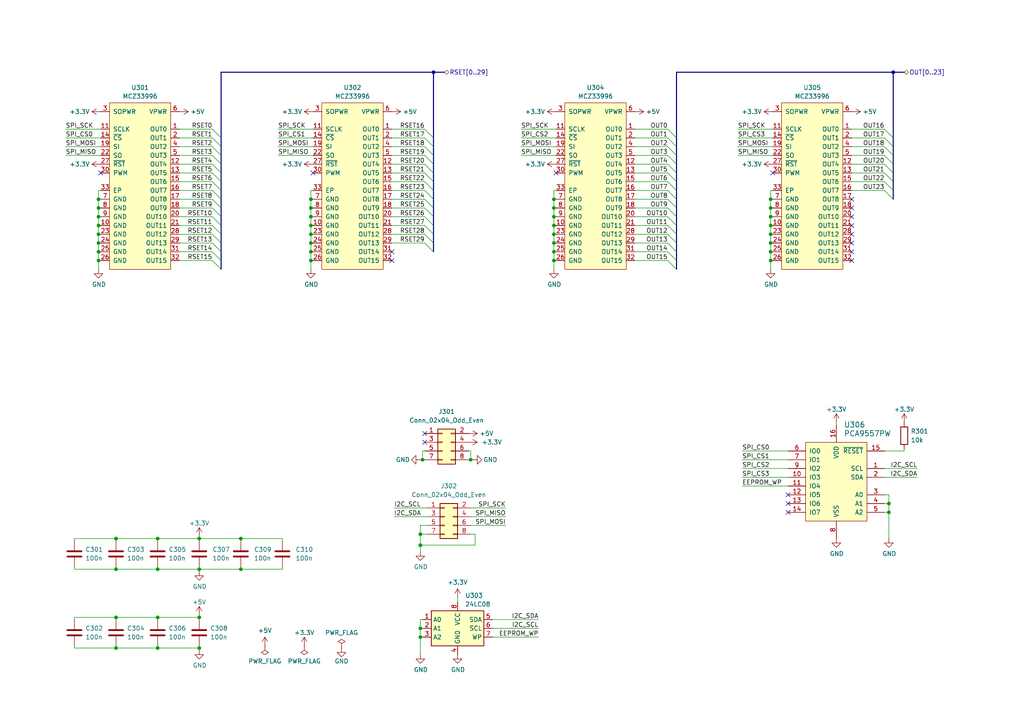
<source format=kicad_sch>
(kicad_sch (version 20230121) (generator eeschema)
  (paper "A4")
  (lib_symbols
    (symbol "Connector_Generic:Conn_02x04_Odd_Even" (pin_names (offset 1.016) hide)
      (property "Reference" "J" (at 1.27 5.08 0))
      (property "Value" "Conn_02x04_Odd_Even" (at 1.27 -7.62 0))
      (symbol "Conn_02x04_Odd_Even_1_1"
        (rectangle (start -1.27 -4.953) (end 0 -5.207) (stroke (width 0.1524)))
        (rectangle (start -1.27 -2.413) (end 0 -2.667) (stroke (width 0.1524)))
        (rectangle (start -1.27 0.127) (end 0 -0.127) (stroke (width 0.1524)))
        (rectangle (start -1.27 2.667) (end 0 2.413) (stroke (width 0.1524)))
        (rectangle (start -1.27 3.81) (end 3.81 -6.35) (stroke (width 0.254)) (fill (type background)))
        (rectangle (start 3.81 -4.953) (end 2.54 -5.207) (stroke (width 0.1524)))
        (rectangle (start 3.81 -2.413) (end 2.54 -2.667) (stroke (width 0.1524)))
        (rectangle (start 3.81 0.127) (end 2.54 -0.127) (stroke (width 0.1524)))
        (rectangle (start 3.81 2.667) (end 2.54 2.413) (stroke (width 0.1524)))
        (pin passive line (at -5.08 2.54 0) (length 3.81) (name "Pin_1") (number "1"))
        (pin passive line (at 7.62 2.54 180) (length 3.81) (name "Pin_2") (number "2"))
        (pin passive line (at -5.08 0 0) (length 3.81) (name "Pin_3") (number "3"))
        (pin passive line (at 7.62 0 180) (length 3.81) (name "Pin_4") (number "4"))
        (pin passive line (at -5.08 -2.54 0) (length 3.81) (name "Pin_5") (number "5"))
        (pin passive line (at 7.62 -2.54 180) (length 3.81) (name "Pin_6") (number "6"))
        (pin passive line (at -5.08 -5.08 0) (length 3.81) (name "Pin_7") (number "7"))
        (pin passive line (at 7.62 -5.08 180) (length 3.81) (name "Pin_8") (number "8"))
      )
    )
    (symbol "Device:C" (pin_numbers hide) (pin_names (offset 0.254))
      (property "Reference" "C" (at 0.635 2.54 0))
      (property "Value" "C" (at 0.635 -2.54 0))
      (symbol "C_0_1"
        (polyline (pts (xy -2.032 -0.762) (xy 2.032 -0.762)) (stroke (width 0.508)))
        (polyline (pts (xy -2.032 0.762) (xy 2.032 0.762)) (stroke (width 0.508)))
      )
      (symbol "C_1_1"
        (pin passive line (at 0 3.81 270) (length 2.794) (name "~") (number "1"))
        (pin passive line (at 0 -3.81 90) (length 2.794) (name "~") (number "2"))
      )
    )
    (symbol "Device:R" (pin_numbers hide) (pin_names (offset 0))
      (property "Reference" "R" (at 2.032 0 90))
      (property "Value" "R" (at 0 0 90))
      (symbol "R_0_1"
        (rectangle (start -1.016 -2.54) (end 1.016 2.54) (stroke (width 0.254)))
      )
      (symbol "R_1_1"
        (pin passive line (at 0 3.81 270) (length 1.27) (name "~") (number "1"))
        (pin passive line (at 0 -3.81 90) (length 1.27) (name "~") (number "2"))
      )
    )
    (symbol "ETH1CREF1B:MCZ33996" (pin_names (offset 1.016))
      (property "Reference" "U" (at 0 27.94 0))
      (property "Value" "MCZ33996" (at 0 25.4 0))
      (symbol "MCZ33996_0_1"
        (rectangle (start -8.89 24.13) (end 8.89 -24.13) (fill (type background)))
      )
      (symbol "MCZ33996_1_1"
        (pin bidirectional line (at 11.43 16.51 180) (length 2.54) (name "OUT0") (number "1"))
        (pin passive line (at -11.43 -11.43 0) (length 2.54) (name "GND") (number "10"))
        (pin bidirectional line (at -11.43 16.51 0) (length 2.54) (name "SCLK") (number "11"))
        (pin bidirectional line (at 11.43 6.35 180) (length 2.54) (name "OUT4") (number "12"))
        (pin bidirectional line (at 11.43 3.81 180) (length 2.54) (name "OUT5") (number "13"))
        (pin bidirectional line (at -11.43 13.97 0) (length 2.54) (name "~{CS}") (number "14"))
        (pin bidirectional line (at 11.43 1.27 180) (length 2.54) (name "OUT6") (number "15"))
        (pin bidirectional line (at 11.43 -1.27 180) (length 2.54) (name "OUT7") (number "16"))
        (pin bidirectional line (at 11.43 -3.81 180) (length 2.54) (name "OUT8") (number "17"))
        (pin bidirectional line (at 11.43 -6.35 180) (length 2.54) (name "OUT9") (number "18"))
        (pin bidirectional line (at -11.43 11.43 0) (length 2.54) (name "SI") (number "19"))
        (pin bidirectional line (at 11.43 13.97 180) (length 2.54) (name "OUT1") (number "2"))
        (pin bidirectional line (at 11.43 -8.89 180) (length 2.54) (name "OUT10") (number "20"))
        (pin bidirectional line (at 11.43 -11.43 180) (length 2.54) (name "OUT11") (number "21"))
        (pin bidirectional line (at -11.43 8.89 0) (length 2.54) (name "SO") (number "22"))
        (pin passive line (at -11.43 -13.97 0) (length 2.54) (name "GND") (number "23"))
        (pin passive line (at -11.43 -16.51 0) (length 2.54) (name "GND") (number "24"))
        (pin passive line (at -11.43 -19.05 0) (length 2.54) (name "GND") (number "25"))
        (pin passive line (at -11.43 -21.59 0) (length 2.54) (name "GND") (number "26"))
        (pin bidirectional line (at -11.43 6.35 0) (length 2.54) (name "~{RST}") (number "27"))
        (pin bidirectional line (at 11.43 -13.97 180) (length 2.54) (name "OUT12") (number "28"))
        (pin bidirectional line (at 11.43 -16.51 180) (length 2.54) (name "OUT13") (number "29"))
        (pin passive line (at -11.43 21.59 0) (length 2.54) (name "SOPWR") (number "3"))
        (pin bidirectional line (at -11.43 3.81 0) (length 2.54) (name "PWM") (number "30"))
        (pin bidirectional line (at 11.43 -19.05 180) (length 2.54) (name "OUT14") (number "31"))
        (pin bidirectional line (at 11.43 -21.59 180) (length 2.54) (name "OUT15") (number "32"))
        (pin passive line (at -11.43 -1.27 0) (length 2.54) (name "EP") (number "33"))
        (pin bidirectional line (at 11.43 11.43 180) (length 2.54) (name "OUT2") (number "4"))
        (pin bidirectional line (at 11.43 8.89 180) (length 2.54) (name "OUT3") (number "5"))
        (pin passive line (at 11.43 21.59 180) (length 2.54) (name "VPWR") (number "6"))
        (pin passive line (at -11.43 -3.81 0) (length 2.54) (name "GND") (number "7"))
        (pin passive line (at -11.43 -6.35 0) (length 2.54) (name "GND") (number "8"))
        (pin passive line (at -11.43 -8.89 0) (length 2.54) (name "GND") (number "9"))
      )
    )
    (symbol "ETH1CREF1B:PCA9557PW" (pin_names (offset 1.016))
      (property "Reference" "U" (at -7.62 12.7 0))
      (property "Value" "PCA9557PW" (at 10.16 12.7 0))
      (symbol "PCA9557PW_0_1"
        (rectangle (start -8.89 11.43) (end 8.89 -11.43) (fill (type background)))
      )
      (symbol "PCA9557PW_1_1"
        (pin bidirectional line (at 13.97 3.81 180) (length 5.08) (name "SCL") (number "1"))
        (pin bidirectional line (at -13.97 1.27 0) (length 5.08) (name "IO3") (number "10"))
        (pin bidirectional line (at -13.97 -1.27 0) (length 5.08) (name "IO4") (number "11"))
        (pin bidirectional line (at -13.97 -3.81 0) (length 5.08) (name "IO5") (number "12"))
        (pin bidirectional line (at -13.97 -6.35 0) (length 5.08) (name "IO6") (number "13"))
        (pin bidirectional line (at -13.97 -8.89 0) (length 5.08) (name "IO7") (number "14"))
        (pin input line (at 13.97 8.89 180) (length 5.08) (name "~{RESET}") (number "15"))
        (pin passive line (at 0 16.51 270) (length 5.08) (name "VDD") (number "16"))
        (pin bidirectional line (at 13.97 1.27 180) (length 5.08) (name "SDA") (number "2"))
        (pin input line (at 13.97 -3.81 180) (length 5.08) (name "A0") (number "3"))
        (pin input line (at 13.97 -6.35 180) (length 5.08) (name "A1") (number "4"))
        (pin input line (at 13.97 -8.89 180) (length 5.08) (name "A2") (number "5"))
        (pin open_collector line (at -13.97 8.89 0) (length 5.08) (name "IO0") (number "6"))
        (pin bidirectional line (at -13.97 6.35 0) (length 5.08) (name "IO1") (number "7"))
        (pin passive line (at 0 -16.51 90) (length 5.08) (name "VSS") (number "8"))
        (pin bidirectional line (at -13.97 3.81 0) (length 5.08) (name "IO2") (number "9"))
      )
    )
    (symbol "Memory_EEPROM:24LC08"
      (property "Reference" "U" (at -6.35 6.35 0))
      (property "Value" "24LC08" (at 1.27 6.35 0))
      (symbol "24LC08_1_1"
        (rectangle (start -7.62 5.08) (end 7.62 -5.08) (stroke (width 0.254)) (fill (type background)))
        (pin input line (at -10.16 2.54 0) (length 2.54) (name "A0") (number "1"))
        (pin input line (at -10.16 0 0) (length 2.54) (name "A1") (number "2"))
        (pin input line (at -10.16 -2.54 0) (length 2.54) (name "A2") (number "3"))
        (pin power_in line (at 0 -7.62 90) (length 2.54) (name "GND") (number "4"))
        (pin bidirectional line (at 10.16 2.54 180) (length 2.54) (name "SDA") (number "5"))
        (pin input line (at 10.16 0 180) (length 2.54) (name "SCL") (number "6"))
        (pin input line (at 10.16 -2.54 180) (length 2.54) (name "WP") (number "7"))
        (pin power_in line (at 0 7.62 270) (length 2.54) (name "VCC") (number "8"))
      )
    )
    (symbol "power:+3.3V" (power) (pin_names (offset 0))
      (property "Value" "+3.3V" (at 0 3.556 0))
      (symbol "+3.3V_0_1"
        (polyline (pts (xy -0.762 1.27) (xy 0 2.54)))
        (polyline (pts (xy 0 0) (xy 0 2.54)))
        (polyline (pts (xy 0 2.54) (xy 0.762 1.27)))
      )
      (symbol "+3.3V_1_1"
        (pin power_in line (at 0 0 90) (length 0) hide (name "+3.3V") (number "1"))
      )
    )
    (symbol "power:+5V" (power) (pin_names (offset 0))
      (property "Value" "+5V" (at 0 3.556 0))
      (symbol "+5V_0_1"
        (polyline (pts (xy -0.762 1.27) (xy 0 2.54)))
        (polyline (pts (xy 0 0) (xy 0 2.54)))
        (polyline (pts (xy 0 2.54) (xy 0.762 1.27)))
      )
      (symbol "+5V_1_1"
        (pin power_in line (at 0 0 90) (length 0) hide (name "+5V") (number "1"))
      )
    )
    (symbol "power:GND" (power) (pin_names (offset 0))
      (property "Value" "GND" (at 0 -3.81 0))
      (symbol "GND_0_1"
        (polyline (pts (xy 0 0) (xy 0 -1.27) (xy 1.27 -1.27) (xy 0 -2.54) (xy -1.27 -1.27) (xy 0 -1.27)))
      )
      (symbol "GND_1_1"
        (pin power_in line (at 0 0 270) (length 0) hide (name "GND") (number "1"))
      )
    )
    (symbol "power:PWR_FLAG" (power) (pin_numbers hide) (pin_names (offset 0) hide)
      (property "Value" "PWR_FLAG" (at 0 3.81 0))
      (symbol "PWR_FLAG_0_0"
        (pin power_out line (at 0 0 90) (length 0) (name "pwr") (number "1"))
      )
      (symbol "PWR_FLAG_0_1"
        (polyline (pts (xy 0 0) (xy 0 1.27) (xy -1.016 1.905) (xy 0 2.54) (xy 1.016 1.905) (xy 0 1.27)))
      )
    )
  )
  (junction (at 160.655 75.565))
  (junction (at 160.655 62.865))
  (junction (at 45.72 179.07))
  (junction (at 136.525 133.35))
  (junction (at 69.85 156.21))
  (junction (at 257.81 148.59))
  (junction (at 33.655 179.07))
  (junction (at 90.17 75.565))
  (junction (at 121.92 184.785))
  (junction (at 121.92 158.115))
  (junction (at 90.17 73.025))
  (junction (at 90.17 67.945))
  (junction (at 160.655 67.945))
  (junction (at 69.85 165.1))
  (junction (at 223.52 57.785))
  (junction (at 160.655 57.785))
  (junction (at 257.81 146.05))
  (junction (at 160.655 70.485))
  (junction (at 121.92 182.245))
  (junction (at 33.655 165.1))
  (junction (at 33.655 156.21))
  (junction (at 28.575 60.325))
  (junction (at 223.52 70.485))
  (junction (at 121.92 154.94))
  (junction (at 90.17 65.405))
  (junction (at 28.575 62.865))
  (junction (at 28.575 67.945))
  (junction (at 33.655 187.96))
  (junction (at 57.785 187.96))
  (junction (at 90.17 57.785))
  (junction (at 160.655 60.325))
  (junction (at 28.575 73.025))
  (junction (at 28.575 57.785))
  (junction (at 57.785 156.21))
  (junction (at 259.08 20.955))
  (junction (at 122.555 133.35))
  (junction (at 45.72 156.21))
  (junction (at 45.72 165.1))
  (junction (at 45.72 187.96))
  (junction (at 125.73 20.955))
  (junction (at 28.575 75.565))
  (junction (at 223.52 60.325))
  (junction (at 223.52 75.565))
  (junction (at 57.785 179.07))
  (junction (at 160.655 73.025))
  (junction (at 223.52 67.945))
  (junction (at 90.17 60.325))
  (junction (at 223.52 62.865))
  (junction (at 90.17 70.485))
  (junction (at 90.17 62.865))
  (junction (at 57.785 165.1))
  (junction (at 28.575 65.405))
  (junction (at 28.575 70.485))
  (junction (at 223.52 73.025))
  (junction (at 223.52 65.405))
  (junction (at 160.655 65.405))
  (no_connect (at 161.29 50.165))
  (no_connect (at 113.665 73.025))
  (no_connect (at 90.805 50.165))
  (no_connect (at 228.6 146.05))
  (no_connect (at 123.19 128.27))
  (no_connect (at 247.015 73.025))
  (no_connect (at 247.015 67.945))
  (no_connect (at 247.015 75.565))
  (no_connect (at 228.6 143.51))
  (no_connect (at 247.015 57.785))
  (no_connect (at 123.19 125.73))
  (no_connect (at 247.015 70.485))
  (no_connect (at 247.015 62.865))
  (no_connect (at 247.015 60.325))
  (no_connect (at 29.21 50.165))
  (no_connect (at 113.665 75.565))
  (no_connect (at 247.015 65.405))
  (no_connect (at 228.6 148.59))
  (no_connect (at 224.155 50.165))
  (bus_entry (at 61.595 47.625) (size 2.54 2.54))
  (bus_entry (at 256.54 37.465) (size 2.54 2.54))
  (bus_entry (at 61.595 65.405) (size 2.54 2.54))
  (bus_entry (at 193.675 70.485) (size 2.54 2.54))
  (bus_entry (at 123.19 65.405) (size 2.54 2.54))
  (bus_entry (at 61.595 40.005) (size 2.54 2.54))
  (bus_entry (at 61.595 52.705) (size 2.54 2.54))
  (bus_entry (at 193.675 47.625) (size 2.54 2.54))
  (bus_entry (at 256.54 55.245) (size 2.54 2.54))
  (bus_entry (at 193.675 60.325) (size 2.54 2.54))
  (bus_entry (at 61.595 57.785) (size 2.54 2.54))
  (bus_entry (at 193.675 65.405) (size 2.54 2.54))
  (bus_entry (at 123.19 57.785) (size 2.54 2.54))
  (bus_entry (at 123.19 45.085) (size 2.54 2.54))
  (bus_entry (at 193.675 55.245) (size 2.54 2.54))
  (bus_entry (at 256.54 47.625) (size 2.54 2.54))
  (bus_entry (at 123.19 47.625) (size 2.54 2.54))
  (bus_entry (at 193.675 50.165) (size 2.54 2.54))
  (bus_entry (at 193.675 42.545) (size 2.54 2.54))
  (bus_entry (at 256.54 45.085) (size 2.54 2.54))
  (bus_entry (at 193.675 45.085) (size 2.54 2.54))
  (bus_entry (at 61.595 45.085) (size 2.54 2.54))
  (bus_entry (at 61.595 50.165) (size 2.54 2.54))
  (bus_entry (at 193.675 62.865) (size 2.54 2.54))
  (bus_entry (at 123.19 62.865) (size 2.54 2.54))
  (bus_entry (at 123.19 42.545) (size 2.54 2.54))
  (bus_entry (at 193.675 37.465) (size 2.54 2.54))
  (bus_entry (at 193.675 57.785) (size 2.54 2.54))
  (bus_entry (at 61.595 42.545) (size 2.54 2.54))
  (bus_entry (at 123.19 37.465) (size 2.54 2.54))
  (bus_entry (at 61.595 67.945) (size 2.54 2.54))
  (bus_entry (at 61.595 60.325) (size 2.54 2.54))
  (bus_entry (at 256.54 42.545) (size 2.54 2.54))
  (bus_entry (at 256.54 40.005) (size 2.54 2.54))
  (bus_entry (at 193.675 75.565) (size 2.54 2.54))
  (bus_entry (at 193.675 40.005) (size 2.54 2.54))
  (bus_entry (at 123.19 70.485) (size 2.54 2.54))
  (bus_entry (at 123.19 55.245) (size 2.54 2.54))
  (bus_entry (at 61.595 75.565) (size 2.54 2.54))
  (bus_entry (at 123.19 50.165) (size 2.54 2.54))
  (bus_entry (at 61.595 73.025) (size 2.54 2.54))
  (bus_entry (at 193.675 73.025) (size 2.54 2.54))
  (bus_entry (at 61.595 37.465) (size 2.54 2.54))
  (bus_entry (at 193.675 67.945) (size 2.54 2.54))
  (bus_entry (at 123.19 40.005) (size 2.54 2.54))
  (bus_entry (at 61.595 55.245) (size 2.54 2.54))
  (bus_entry (at 61.595 62.865) (size 2.54 2.54))
  (bus_entry (at 256.54 52.705) (size 2.54 2.54))
  (bus_entry (at 123.19 60.325) (size 2.54 2.54))
  (bus_entry (at 193.675 52.705) (size 2.54 2.54))
  (bus_entry (at 256.54 50.165) (size 2.54 2.54))
  (bus_entry (at 61.595 70.485) (size 2.54 2.54))
  (bus_entry (at 123.19 52.705) (size 2.54 2.54))
  (bus_entry (at 123.19 67.945) (size 2.54 2.54))
  (wire (pts (xy 215.265 133.35) (xy 228.6 133.35)))
  (wire (pts (xy 223.52 65.405) (xy 224.155 65.405)))
  (wire (pts (xy 151.13 40.005) (xy 161.29 40.005)))
  (wire (pts (xy 184.15 37.465) (xy 193.675 37.465)))
  (wire (pts (xy 21.59 156.21) (xy 21.59 156.845)))
  (wire (pts (xy 184.15 70.485) (xy 193.675 70.485)))
  (wire (pts (xy 184.15 50.165) (xy 193.675 50.165)))
  (bus (pts (xy 64.135 55.245) (xy 64.135 52.705)))
  (wire (pts (xy 121.92 154.94) (xy 121.92 152.4)))
  (wire (pts (xy 45.72 156.845) (xy 45.72 156.21)))
  (wire (pts (xy 52.07 70.485) (xy 61.595 70.485)))
  (wire (pts (xy 223.52 55.245) (xy 224.155 55.245)))
  (bus (pts (xy 125.73 50.165) (xy 125.73 52.705)))
  (wire (pts (xy 223.52 73.025) (xy 224.155 73.025)))
  (wire (pts (xy 113.665 52.705) (xy 123.19 52.705)))
  (wire (pts (xy 90.17 75.565) (xy 90.805 75.565)))
  (wire (pts (xy 151.13 45.085) (xy 161.29 45.085)))
  (wire (pts (xy 122.555 133.35) (xy 122.555 130.81)))
  (wire (pts (xy 90.17 65.405) (xy 90.805 65.405)))
  (wire (pts (xy 146.685 152.4) (xy 136.525 152.4)))
  (wire (pts (xy 184.15 52.705) (xy 193.675 52.705)))
  (wire (pts (xy 113.665 60.325) (xy 123.19 60.325)))
  (wire (pts (xy 81.915 156.845) (xy 81.915 156.21)))
  (wire (pts (xy 123.19 133.35) (xy 122.555 133.35)))
  (wire (pts (xy 113.665 65.405) (xy 123.19 65.405)))
  (wire (pts (xy 28.575 73.025) (xy 28.575 70.485)))
  (wire (pts (xy 121.92 182.245) (xy 121.92 179.705)))
  (bus (pts (xy 64.135 65.405) (xy 64.135 62.865)))
  (wire (pts (xy 160.655 75.565) (xy 161.29 75.565)))
  (bus (pts (xy 64.135 67.945) (xy 64.135 65.405)))
  (wire (pts (xy 57.785 156.845) (xy 57.785 156.21)))
  (wire (pts (xy 33.655 179.705) (xy 33.655 179.07)))
  (wire (pts (xy 80.645 42.545) (xy 90.805 42.545)))
  (bus (pts (xy 125.73 20.955) (xy 128.905 20.955)))
  (wire (pts (xy 28.575 78.105) (xy 28.575 75.565)))
  (wire (pts (xy 81.915 165.1) (xy 81.915 164.465)))
  (wire (pts (xy 223.52 70.485) (xy 223.52 67.945)))
  (wire (pts (xy 52.07 62.865) (xy 61.595 62.865)))
  (wire (pts (xy 90.17 67.945) (xy 90.17 65.405)))
  (bus (pts (xy 125.73 40.005) (xy 125.73 42.545)))
  (bus (pts (xy 196.215 20.955) (xy 196.215 40.005)))
  (bus (pts (xy 64.135 75.565) (xy 64.135 73.025)))
  (wire (pts (xy 123.825 149.86) (xy 114.3 149.86)))
  (bus (pts (xy 64.135 52.705) (xy 64.135 50.165)))
  (wire (pts (xy 28.575 67.945) (xy 29.21 67.945)))
  (wire (pts (xy 213.995 42.545) (xy 224.155 42.545)))
  (wire (pts (xy 33.655 156.21) (xy 21.59 156.21)))
  (wire (pts (xy 90.17 57.785) (xy 90.17 55.245)))
  (wire (pts (xy 69.85 156.845) (xy 69.85 156.21)))
  (wire (pts (xy 28.575 55.245) (xy 29.21 55.245)))
  (wire (pts (xy 132.715 173.355) (xy 132.715 174.625)))
  (wire (pts (xy 242.57 122.555) (xy 242.57 123.19)))
  (wire (pts (xy 247.015 40.005) (xy 256.54 40.005)))
  (bus (pts (xy 64.135 62.865) (xy 64.135 60.325)))
  (bus (pts (xy 64.135 20.955) (xy 125.73 20.955)))
  (wire (pts (xy 90.17 65.405) (xy 90.17 62.865)))
  (wire (pts (xy 184.15 57.785) (xy 193.675 57.785)))
  (wire (pts (xy 257.81 148.59) (xy 257.81 156.21)))
  (wire (pts (xy 213.995 37.465) (xy 224.155 37.465)))
  (wire (pts (xy 247.015 52.705) (xy 256.54 52.705)))
  (wire (pts (xy 90.17 57.785) (xy 90.805 57.785)))
  (wire (pts (xy 262.255 130.175) (xy 262.255 130.81)))
  (wire (pts (xy 28.575 70.485) (xy 28.575 67.945)))
  (wire (pts (xy 28.575 73.025) (xy 29.21 73.025)))
  (wire (pts (xy 257.81 148.59) (xy 256.54 148.59)))
  (bus (pts (xy 259.08 50.165) (xy 259.08 52.705)))
  (bus (pts (xy 125.73 70.485) (xy 125.73 73.025)))
  (wire (pts (xy 69.85 156.21) (xy 81.915 156.21)))
  (wire (pts (xy 121.92 179.705) (xy 122.555 179.705)))
  (wire (pts (xy 247.015 47.625) (xy 256.54 47.625)))
  (wire (pts (xy 256.54 135.89) (xy 266.065 135.89)))
  (bus (pts (xy 259.08 40.005) (xy 259.08 42.545)))
  (wire (pts (xy 113.665 50.165) (xy 123.19 50.165)))
  (bus (pts (xy 259.08 52.705) (xy 259.08 55.245)))
  (wire (pts (xy 33.655 156.845) (xy 33.655 156.21)))
  (wire (pts (xy 28.575 57.785) (xy 28.575 55.245)))
  (wire (pts (xy 52.07 65.405) (xy 61.595 65.405)))
  (wire (pts (xy 142.875 182.245) (xy 156.21 182.245)))
  (wire (pts (xy 213.995 45.085) (xy 224.155 45.085)))
  (bus (pts (xy 64.135 50.165) (xy 64.135 47.625)))
  (bus (pts (xy 64.135 40.005) (xy 64.135 20.955)))
  (wire (pts (xy 146.685 147.32) (xy 136.525 147.32)))
  (bus (pts (xy 259.08 55.245) (xy 259.08 57.785)))
  (wire (pts (xy 256.54 138.43) (xy 266.065 138.43)))
  (wire (pts (xy 21.59 164.465) (xy 21.59 165.1)))
  (wire (pts (xy 52.07 75.565) (xy 61.595 75.565)))
  (wire (pts (xy 90.17 60.325) (xy 90.17 57.785)))
  (bus (pts (xy 64.135 42.545) (xy 64.135 40.005)))
  (wire (pts (xy 28.575 75.565) (xy 28.575 73.025)))
  (wire (pts (xy 113.665 70.485) (xy 123.19 70.485)))
  (wire (pts (xy 160.655 57.785) (xy 161.29 57.785)))
  (wire (pts (xy 113.665 47.625) (xy 123.19 47.625)))
  (bus (pts (xy 196.215 65.405) (xy 196.215 67.945)))
  (wire (pts (xy 160.655 65.405) (xy 161.29 65.405)))
  (wire (pts (xy 90.17 73.025) (xy 90.805 73.025)))
  (wire (pts (xy 146.685 149.86) (xy 136.525 149.86)))
  (wire (pts (xy 123.825 147.32) (xy 114.3 147.32)))
  (wire (pts (xy 137.795 158.115) (xy 137.795 154.94)))
  (wire (pts (xy 28.575 70.485) (xy 29.21 70.485)))
  (wire (pts (xy 90.17 75.565) (xy 90.17 73.025)))
  (wire (pts (xy 223.52 75.565) (xy 223.52 73.025)))
  (wire (pts (xy 45.72 156.21) (xy 33.655 156.21)))
  (bus (pts (xy 125.73 60.325) (xy 125.73 62.865)))
  (wire (pts (xy 113.665 55.245) (xy 123.19 55.245)))
  (wire (pts (xy 45.72 179.705) (xy 45.72 179.07)))
  (wire (pts (xy 19.05 42.545) (xy 29.21 42.545)))
  (bus (pts (xy 259.08 42.545) (xy 259.08 45.085)))
  (wire (pts (xy 28.575 75.565) (xy 29.21 75.565)))
  (wire (pts (xy 121.92 160.02) (xy 121.92 158.115)))
  (wire (pts (xy 52.07 73.025) (xy 61.595 73.025)))
  (wire (pts (xy 223.52 60.325) (xy 224.155 60.325)))
  (wire (pts (xy 52.07 37.465) (xy 61.595 37.465)))
  (wire (pts (xy 160.655 62.865) (xy 161.29 62.865)))
  (wire (pts (xy 113.665 57.785) (xy 123.19 57.785)))
  (bus (pts (xy 196.215 75.565) (xy 196.215 78.105)))
  (wire (pts (xy 45.72 164.465) (xy 45.72 165.1)))
  (wire (pts (xy 33.655 165.1) (xy 45.72 165.1)))
  (bus (pts (xy 64.135 57.785) (xy 64.135 55.245)))
  (wire (pts (xy 45.72 187.96) (xy 57.785 187.96)))
  (wire (pts (xy 57.785 178.435) (xy 57.785 179.07)))
  (bus (pts (xy 259.08 47.625) (xy 259.08 50.165)))
  (wire (pts (xy 28.575 62.865) (xy 29.21 62.865)))
  (wire (pts (xy 80.645 37.465) (xy 90.805 37.465)))
  (wire (pts (xy 28.575 57.785) (xy 29.21 57.785)))
  (wire (pts (xy 28.575 60.325) (xy 29.21 60.325)))
  (wire (pts (xy 19.05 37.465) (xy 29.21 37.465)))
  (bus (pts (xy 196.215 40.005) (xy 196.215 42.545)))
  (wire (pts (xy 28.575 65.405) (xy 28.575 62.865)))
  (wire (pts (xy 57.785 165.1) (xy 57.785 165.735)))
  (wire (pts (xy 136.525 154.94) (xy 137.795 154.94)))
  (wire (pts (xy 142.875 179.705) (xy 156.21 179.705)))
  (wire (pts (xy 21.59 187.325) (xy 21.59 187.96)))
  (wire (pts (xy 184.15 75.565) (xy 193.675 75.565)))
  (bus (pts (xy 196.215 70.485) (xy 196.215 73.025)))
  (wire (pts (xy 184.15 62.865) (xy 193.675 62.865)))
  (wire (pts (xy 160.655 60.325) (xy 160.655 57.785)))
  (wire (pts (xy 28.575 65.405) (xy 29.21 65.405)))
  (wire (pts (xy 52.07 55.245) (xy 61.595 55.245)))
  (wire (pts (xy 121.92 158.115) (xy 121.92 154.94)))
  (wire (pts (xy 184.15 42.545) (xy 193.675 42.545)))
  (wire (pts (xy 247.015 37.465) (xy 256.54 37.465)))
  (bus (pts (xy 196.215 57.785) (xy 196.215 60.325)))
  (wire (pts (xy 213.995 40.005) (xy 224.155 40.005)))
  (wire (pts (xy 69.85 165.1) (xy 69.85 164.465)))
  (bus (pts (xy 64.135 73.025) (xy 64.135 70.485)))
  (wire (pts (xy 90.17 70.485) (xy 90.17 67.945)))
  (wire (pts (xy 223.52 62.865) (xy 223.52 60.325)))
  (wire (pts (xy 142.875 184.785) (xy 156.21 184.785)))
  (bus (pts (xy 196.215 50.165) (xy 196.215 52.705)))
  (wire (pts (xy 160.655 65.405) (xy 160.655 62.865)))
  (wire (pts (xy 52.07 40.005) (xy 61.595 40.005)))
  (wire (pts (xy 52.07 50.165) (xy 61.595 50.165)))
  (wire (pts (xy 113.665 37.465) (xy 123.19 37.465)))
  (wire (pts (xy 52.07 45.085) (xy 61.595 45.085)))
  (wire (pts (xy 160.655 70.485) (xy 161.29 70.485)))
  (wire (pts (xy 57.785 156.21) (xy 69.85 156.21)))
  (bus (pts (xy 125.73 62.865) (xy 125.73 65.405)))
  (bus (pts (xy 196.215 45.085) (xy 196.215 47.625)))
  (wire (pts (xy 160.655 55.245) (xy 161.29 55.245)))
  (wire (pts (xy 113.665 40.005) (xy 123.19 40.005)))
  (wire (pts (xy 57.785 187.325) (xy 57.785 187.96)))
  (wire (pts (xy 228.6 140.97) (xy 215.265 140.97)))
  (wire (pts (xy 223.52 78.105) (xy 223.52 75.565)))
  (wire (pts (xy 160.655 67.945) (xy 161.29 67.945)))
  (wire (pts (xy 28.575 62.865) (xy 28.575 60.325)))
  (wire (pts (xy 184.15 45.085) (xy 193.675 45.085)))
  (bus (pts (xy 64.135 78.105) (xy 64.135 75.565)))
  (wire (pts (xy 160.655 67.945) (xy 160.655 65.405)))
  (wire (pts (xy 160.655 75.565) (xy 160.655 73.025)))
  (bus (pts (xy 125.73 45.085) (xy 125.73 47.625)))
  (wire (pts (xy 136.525 133.35) (xy 136.525 130.81)))
  (wire (pts (xy 223.52 70.485) (xy 224.155 70.485)))
  (bus (pts (xy 125.73 52.705) (xy 125.73 55.245)))
  (wire (pts (xy 28.575 60.325) (xy 28.575 57.785)))
  (wire (pts (xy 160.655 73.025) (xy 160.655 70.485)))
  (wire (pts (xy 160.655 62.865) (xy 160.655 60.325)))
  (bus (pts (xy 125.73 67.945) (xy 125.73 70.485)))
  (wire (pts (xy 223.52 75.565) (xy 224.155 75.565)))
  (wire (pts (xy 33.655 187.96) (xy 45.72 187.96)))
  (wire (pts (xy 160.655 73.025) (xy 161.29 73.025)))
  (wire (pts (xy 52.07 67.945) (xy 61.595 67.945)))
  (wire (pts (xy 184.15 55.245) (xy 193.675 55.245)))
  (wire (pts (xy 90.17 67.945) (xy 90.805 67.945)))
  (wire (pts (xy 121.92 158.115) (xy 137.795 158.115)))
  (wire (pts (xy 223.52 57.785) (xy 223.52 55.245)))
  (wire (pts (xy 184.15 40.005) (xy 193.675 40.005)))
  (wire (pts (xy 80.645 45.085) (xy 90.805 45.085)))
  (wire (pts (xy 184.15 60.325) (xy 193.675 60.325)))
  (bus (pts (xy 196.215 60.325) (xy 196.215 62.865)))
  (wire (pts (xy 137.16 133.35) (xy 136.525 133.35)))
  (bus (pts (xy 259.08 20.955) (xy 259.08 40.005)))
  (bus (pts (xy 196.215 55.245) (xy 196.215 57.785)))
  (wire (pts (xy 90.17 62.865) (xy 90.805 62.865)))
  (wire (pts (xy 90.17 60.325) (xy 90.805 60.325)))
  (wire (pts (xy 184.15 47.625) (xy 193.675 47.625)))
  (bus (pts (xy 196.215 52.705) (xy 196.215 55.245)))
  (wire (pts (xy 122.555 130.81) (xy 123.19 130.81)))
  (wire (pts (xy 136.525 130.81) (xy 135.89 130.81)))
  (wire (pts (xy 90.17 62.865) (xy 90.17 60.325)))
  (bus (pts (xy 259.08 45.085) (xy 259.08 47.625)))
  (bus (pts (xy 125.73 47.625) (xy 125.73 50.165)))
  (bus (pts (xy 64.135 45.085) (xy 64.135 42.545)))
  (wire (pts (xy 184.15 73.025) (xy 193.675 73.025)))
  (wire (pts (xy 57.785 155.575) (xy 57.785 156.21)))
  (wire (pts (xy 121.92 184.785) (xy 121.92 182.245)))
  (bus (pts (xy 196.215 73.025) (xy 196.215 75.565)))
  (wire (pts (xy 215.265 138.43) (xy 228.6 138.43)))
  (wire (pts (xy 223.52 65.405) (xy 223.52 62.865)))
  (wire (pts (xy 57.785 179.705) (xy 57.785 179.07)))
  (wire (pts (xy 121.92 133.35) (xy 122.555 133.35)))
  (wire (pts (xy 45.72 179.07) (xy 33.655 179.07)))
  (bus (pts (xy 196.215 20.955) (xy 259.08 20.955)))
  (wire (pts (xy 45.72 187.325) (xy 45.72 187.96)))
  (wire (pts (xy 90.17 70.485) (xy 90.805 70.485)))
  (wire (pts (xy 113.665 42.545) (xy 123.19 42.545)))
  (wire (pts (xy 33.655 187.325) (xy 33.655 187.96)))
  (wire (pts (xy 80.645 40.005) (xy 90.805 40.005)))
  (wire (pts (xy 135.89 133.35) (xy 136.525 133.35)))
  (wire (pts (xy 247.015 45.085) (xy 256.54 45.085)))
  (wire (pts (xy 122.555 184.785) (xy 121.92 184.785)))
  (wire (pts (xy 57.785 187.96) (xy 57.785 188.595)))
  (wire (pts (xy 33.655 164.465) (xy 33.655 165.1)))
  (wire (pts (xy 223.52 62.865) (xy 224.155 62.865)))
  (wire (pts (xy 57.785 179.07) (xy 45.72 179.07)))
  (wire (pts (xy 90.17 78.105) (xy 90.17 75.565)))
  (bus (pts (xy 259.08 20.955) (xy 262.255 20.955)))
  (wire (pts (xy 19.05 40.005) (xy 29.21 40.005)))
  (wire (pts (xy 121.92 152.4) (xy 123.825 152.4)))
  (wire (pts (xy 113.665 62.865) (xy 123.19 62.865)))
  (wire (pts (xy 257.81 146.05) (xy 257.81 148.59)))
  (wire (pts (xy 247.015 42.545) (xy 256.54 42.545)))
  (wire (pts (xy 160.655 60.325) (xy 161.29 60.325)))
  (wire (pts (xy 257.81 143.51) (xy 257.81 146.05)))
  (wire (pts (xy 69.85 165.1) (xy 81.915 165.1)))
  (wire (pts (xy 90.17 73.025) (xy 90.17 70.485)))
  (wire (pts (xy 247.015 50.165) (xy 256.54 50.165)))
  (wire (pts (xy 57.785 156.21) (xy 45.72 156.21)))
  (bus (pts (xy 196.215 47.625) (xy 196.215 50.165)))
  (wire (pts (xy 160.655 78.105) (xy 160.655 75.565)))
  (wire (pts (xy 215.265 130.81) (xy 228.6 130.81)))
  (wire (pts (xy 247.015 55.245) (xy 256.54 55.245)))
  (wire (pts (xy 121.92 182.245) (xy 122.555 182.245)))
  (wire (pts (xy 223.52 57.785) (xy 224.155 57.785)))
  (wire (pts (xy 21.59 187.96) (xy 33.655 187.96)))
  (bus (pts (xy 64.135 70.485) (xy 64.135 67.945)))
  (wire (pts (xy 256.54 143.51) (xy 257.81 143.51)))
  (wire (pts (xy 21.59 165.1) (xy 33.655 165.1)))
  (wire (pts (xy 151.13 42.545) (xy 161.29 42.545)))
  (bus (pts (xy 125.73 42.545) (xy 125.73 45.085)))
  (wire (pts (xy 160.655 57.785) (xy 160.655 55.245)))
  (wire (pts (xy 121.92 154.94) (xy 123.825 154.94)))
  (wire (pts (xy 160.655 70.485) (xy 160.655 67.945)))
  (wire (pts (xy 184.15 67.945) (xy 193.675 67.945)))
  (wire (pts (xy 57.785 165.1) (xy 69.85 165.1)))
  (wire (pts (xy 52.07 42.545) (xy 61.595 42.545)))
  (bus (pts (xy 125.73 57.785) (xy 125.73 60.325)))
  (wire (pts (xy 184.15 65.405) (xy 193.675 65.405)))
  (wire (pts (xy 45.72 165.1) (xy 57.785 165.1)))
  (wire (pts (xy 121.92 184.785) (xy 121.92 189.865)))
  (wire (pts (xy 151.13 37.465) (xy 161.29 37.465)))
  (bus (pts (xy 64.135 47.625) (xy 64.135 45.085)))
  (wire (pts (xy 113.665 67.945) (xy 123.19 67.945)))
  (wire (pts (xy 57.785 164.465) (xy 57.785 165.1)))
  (bus (pts (xy 125.73 55.245) (xy 125.73 57.785)))
  (wire (pts (xy 113.665 45.085) (xy 123.19 45.085)))
  (wire (pts (xy 52.07 47.625) (xy 61.595 47.625)))
  (wire (pts (xy 223.52 73.025) (xy 223.52 70.485)))
  (bus (pts (xy 64.135 60.325) (xy 64.135 57.785)))
  (bus (pts (xy 196.215 62.865) (xy 196.215 65.405)))
  (wire (pts (xy 52.07 52.705) (xy 61.595 52.705)))
  (wire (pts (xy 223.52 67.945) (xy 224.155 67.945)))
  (wire (pts (xy 215.265 135.89) (xy 228.6 135.89)))
  (wire (pts (xy 52.07 57.785) (xy 61.595 57.785)))
  (wire (pts (xy 256.54 130.81) (xy 262.255 130.81)))
  (wire (pts (xy 21.59 179.07) (xy 21.59 179.705)))
  (wire (pts (xy 52.07 60.325) (xy 61.595 60.325)))
  (wire (pts (xy 256.54 146.05) (xy 257.81 146.05)))
  (wire (pts (xy 33.655 179.07) (xy 21.59 179.07)))
  (bus (pts (xy 125.73 20.955) (xy 125.73 40.005)))
  (wire (pts (xy 223.52 67.945) (xy 223.52 65.405)))
  (bus (pts (xy 196.215 67.945) (xy 196.215 70.485)))
  (bus (pts (xy 196.215 42.545) (xy 196.215 45.085)))
  (wire (pts (xy 223.52 60.325) (xy 223.52 57.785)))
  (wire (pts (xy 90.17 55.245) (xy 90.805 55.245)))
  (wire (pts (xy 19.05 45.085) (xy 29.21 45.085)))
  (bus (pts (xy 125.73 65.405) (xy 125.73 67.945)))
  (wire (pts (xy 28.575 67.945) (xy 28.575 65.405)))
  (label "OUT15" (at 193.675 75.565 180))
  (label "I2C_SDA" (at 156.21 179.705 180))
  (label "SPI_MISO" (at 80.645 45.085 0))
  (label "OUT14" (at 193.675 73.025 180))
  (label "RSET18" (at 123.19 42.545 180))
  (label "RSET9" (at 61.595 60.325 180))
  (label "RSET11" (at 61.595 65.405 180))
  (label "I2C_SDA" (at 266.065 138.43 180))
  (label "RSET23" (at 123.19 55.245 180))
  (label "RSET15" (at 61.595 75.565 180))
  (label "SPI_CS1" (at 80.645 40.005 0))
  (label "I2C_SCL" (at 266.065 135.89 180))
  (label "I2C_SCL" (at 114.3 147.32 0))
  (label "OUT13" (at 193.675 70.485 180))
  (label "SPI_CS3" (at 213.995 40.005 0))
  (label "SPI_MOSI" (at 80.645 42.545 0))
  (label "SPI_SCK" (at 213.995 37.465 0))
  (label "OUT20" (at 256.54 47.625 180))
  (label "OUT1" (at 193.675 40.005 180))
  (label "OUT11" (at 193.675 65.405 180))
  (label "RSET10" (at 61.595 62.865 180))
  (label "OUT22" (at 256.54 52.705 180))
  (label "SPI_SCK" (at 19.05 37.465 0))
  (label "RSET13" (at 61.595 70.485 180))
  (label "SPI_SCK" (at 151.13 37.465 0))
  (label "RSET25" (at 123.19 60.325 180))
  (label "SPI_CS2" (at 215.265 135.89 0))
  (label "RSET28" (at 123.19 67.945 180))
  (label "SPI_MOSI" (at 19.05 42.545 0))
  (label "RSET14" (at 61.595 73.025 180))
  (label "SPI_CS3" (at 215.265 138.43 0))
  (label "SPI_MOSI" (at 151.13 42.545 0))
  (label "OUT7" (at 193.675 55.245 180))
  (label "RSET26" (at 123.19 62.865 180))
  (label "SPI_MOSI" (at 213.995 42.545 0))
  (label "SPI_MISO" (at 19.05 45.085 0))
  (label "OUT10" (at 193.675 62.865 180))
  (label "RSET4" (at 61.595 47.625 180))
  (label "OUT3" (at 193.675 45.085 180))
  (label "SPI_SCK" (at 80.645 37.465 0))
  (label "RSET16" (at 123.19 37.465 180))
  (label "RSET20" (at 123.19 47.625 180))
  (label "RSET1" (at 61.595 40.005 180))
  (label "SPI_MISO" (at 213.995 45.085 0))
  (label "RSET0" (at 61.595 37.465 180))
  (label "RSET2" (at 61.595 42.545 180))
  (label "OUT21" (at 256.54 50.165 180))
  (label "SPI_SCK" (at 146.685 147.32 180))
  (label "SPI_CS0" (at 215.265 130.81 0))
  (label "OUT6" (at 193.675 52.705 180))
  (label "RSET29" (at 123.19 70.485 180))
  (label "SPI_CS0" (at 19.05 40.005 0))
  (label "SPI_CS1" (at 215.265 133.35 0))
  (label "RSET12" (at 61.595 67.945 180))
  (label "EEPROM_WP" (at 215.265 140.97 0))
  (label "SPI_MISO" (at 151.13 45.085 0))
  (label "RSET27" (at 123.19 65.405 180))
  (label "OUT23" (at 256.54 55.245 180))
  (label "RSET5" (at 61.595 50.165 180))
  (label "RSET22" (at 123.19 52.705 180))
  (label "OUT4" (at 193.675 47.625 180))
  (label "RSET7" (at 61.595 55.245 180))
  (label "I2C_SDA" (at 114.3 149.86 0))
  (label "RSET6" (at 61.595 52.705 180))
  (label "OUT17" (at 256.54 40.005 180))
  (label "OUT16" (at 256.54 37.465 180))
  (label "OUT0" (at 193.675 37.465 180))
  (label "OUT8" (at 193.675 57.785 180))
  (label "OUT12" (at 193.675 67.945 180))
  (label "SPI_MISO" (at 146.685 149.86 180))
  (label "RSET24" (at 123.19 57.785 180))
  (label "RSET3" (at 61.595 45.085 180))
  (label "OUT9" (at 193.675 60.325 180))
  (label "SPI_CS2" (at 151.13 40.005 0))
  (label "OUT19" (at 256.54 45.085 180))
  (label "OUT2" (at 193.675 42.545 180))
  (label "RSET17" (at 123.19 40.005 180))
  (label "RSET8" (at 61.595 57.785 180))
  (label "OUT18" (at 256.54 42.545 180))
  (label "EEPROM_WP" (at 156.21 184.785 180))
  (label "RSET19" (at 123.19 45.085 180))
  (label "RSET21" (at 123.19 50.165 180))
  (label "SPI_MOSI" (at 146.685 152.4 180))
  (label "I2C_SCL" (at 156.21 182.245 180))
  (label "OUT5" (at 193.675 50.165 180))
  (hierarchical_label "OUT[0..23]" (shape bidirectional) (at 262.255 20.955 0))
  (hierarchical_label "RSET[0..29]" (shape bidirectional) (at 128.905 20.955 0))
  (symbol (lib_id "ETH1CREF1B:PCA9557PW") (at 242.57 139.7 0) (unit 1)
    (property "Reference" "U306" (at 244.7641 123.19 0) (effects (font (size 1.524 1.524)) (justify left)))
    (property "Value" "PCA9557PW" (at 244.7641 125.73 0) (effects (font (size 1.524 1.524)) (justify left)))
    (property "Footprint" "Package_SO:TSSOP-16_4.4x5mm_P0.65mm" (effects hide))
  )
  (symbol (lib_id "power:GND") (at 257.81 156.21 0) (unit 1)
    (property "Reference" "#PWR0504" (effects hide))
    (property "Value" "GND" (at 257.937 160.6042 0))
    (instances (project "ETH1CSMU2" (path "" (reference "#PWR0504") (unit 1))) (project "ETH1CREF1B" (path "" (reference "#PWR0334") (unit 1))) (project "ETH1CREF1A" (path "" (reference "#PWR01108") (unit 1))))
  )
  (symbol (lib_id "power:+3.3V") (at 29.21 32.385 90) (unit 1)
    (property "Reference" "#PWR0302" (effects hide))
    (property "Value" "+3.3V" (at 26.035 32.385 90) (effects (justify left)))
  )
  (symbol (lib_id "power:GND") (at 160.655 78.105 0) (unit 1)
    (property "Reference" "#PWR0504" (effects hide))
    (property "Value" "GND" (at 160.782 82.4992 0))
    (instances (project "ETH1CSMU2" (path "" (reference "#PWR0504") (unit 1))) (project "ETH1CREF1B" (path "" (reference "#PWR0324") (unit 1))) (project "ETH1CREF1A" (path "" (reference "#PWR01108") (unit 1))))
  )
  (symbol (lib_id "power:+5V") (at 184.15 32.385 270) (unit 1)
    (property "Reference" "#PWR0327" (effects hide))
    (property "Value" "+5V" (at 187.325 32.385 90) (effects (justify left)))
  )
  (symbol (lib_id "ETH1CREF1B:MCZ33996") (at 40.64 53.975 0) (unit 1)
    (property "Reference" "U301" (at 40.64 25.4 0))
    (property "Value" "MCZ33996" (at 40.64 27.94 0))
    (property "Footprint" "ETH1CREF1B:HSOP-32-1EP_7.5x11.0mm_P0.65mm_ThermalVias" (effects hide))
  )
  (symbol (lib_id "power:+3.3V") (at 161.29 32.385 90) (unit 1)
    (property "Reference" "#PWR0325" (effects hide))
    (property "Value" "+3.3V" (at 158.115 32.385 90) (effects (justify left)))
  )
  (symbol (lib_id "power:+5V") (at 135.89 125.73 270) (unit 1)
    (property "Reference" "#PWR0321" (effects hide))
    (property "Value" "+5V" (at 139.065 125.73 90) (effects (justify left)))
  )
  (symbol (lib_id "power:GND") (at 223.52 78.105 0) (unit 1)
    (property "Reference" "#PWR0504" (effects hide))
    (property "Value" "GND" (at 223.647 82.4992 0))
    (instances (project "ETH1CSMU2" (path "" (reference "#PWR0504") (unit 1))) (project "ETH1CREF1B" (path "" (reference "#PWR0328") (unit 1))) (project "ETH1CREF1A" (path "" (reference "#PWR01108") (unit 1))))
  )
  (symbol (lib_id "power:GND") (at 121.92 133.35 270) (unit 1)
    (property "Reference" "#PWR0504" (effects hide))
    (property "Value" "GND" (at 116.84 133.35 90))
    (instances (project "ETH1CSMU2" (path "" (reference "#PWR0504") (unit 1))) (project "ETH1CREF1B" (path "" (reference "#PWR0316") (unit 1))) (project "ETH1CREF1A" (path "" (reference "#PWR01108") (unit 1))))
  )
  (symbol (lib_id "power:+3.3V") (at 135.89 128.27 270) (unit 1)
    (property "Reference" "#PWR0322" (effects hide))
    (property "Value" "+3.3V" (at 139.7 128.27 90) (effects (justify left)))
  )
  (symbol (lib_id "Device:C") (at 33.655 160.655 0) (unit 1)
    (property "Reference" "C303" (at 36.83 159.385 0) (effects (justify left)))
    (property "Value" "100n" (at 36.83 161.925 0) (effects (justify left)))
    (property "Footprint" "Capacitor_SMD:C_0603_1608Metric_Pad1.08x0.95mm_HandSolder" (effects hide))
    (instances (project "ETH1CREF1B" (path "" (reference "C303") (unit 1))) (project "ETH1CREF1A" (path "" (reference "C1006") (unit 1)) (path "" (reference "C1103") (unit 1))))
  )
  (symbol (lib_id "Device:R") (at 262.255 126.365 0) (unit 1)
    (property "Reference" "R301" (at 264.16 125.095 0) (effects (justify left)))
    (property "Value" "10k" (at 264.16 127.635 0) (effects (justify left)))
    (property "Footprint" "Resistor_SMD:R_0603_1608Metric_Pad0.98x0.95mm_HandSolder" (effects hide))
  )
  (symbol (lib_id "power:+3.3V") (at 132.715 173.355 0) (unit 1)
    (property "Reference" "#PWR0319" (effects hide))
    (property "Value" "+3.3V" (at 132.715 168.91 0))
  )
  (symbol (lib_id "Device:C") (at 81.915 160.655 0) (unit 1)
    (property "Reference" "C310" (at 85.725 159.385 0) (effects (justify left)))
    (property "Value" "100n" (at 85.725 161.925 0) (effects (justify left)))
    (property "Footprint" "Capacitor_SMD:C_0603_1608Metric_Pad1.08x0.95mm_HandSolder" (effects hide))
    (instances (project "ETH1CREF1B" (path "" (reference "C310") (unit 1))) (project "ETH1CREF1A" (path "" (reference "C1006") (unit 1)) (path "" (reference "C1107") (unit 1))))
  )
  (symbol (lib_id "power:GND") (at 57.785 165.735 0) (unit 1)
    (property "Reference" "#PWR0504" (effects hide))
    (property "Value" "GND" (at 57.912 170.1292 0))
    (instances (project "ETH1CSMU2" (path "" (reference "#PWR0504") (unit 1))) (project "ETH1CREF1B" (path "" (reference "#PWR0306") (unit 1))) (project "ETH1CREF1A" (path "" (reference "#PWR01108") (unit 1))))
  )
  (symbol (lib_id "power:GND") (at 90.17 78.105 0) (unit 1)
    (property "Reference" "#PWR0504" (effects hide))
    (property "Value" "GND" (at 90.297 82.4992 0))
    (instances (project "ETH1CSMU2" (path "" (reference "#PWR0504") (unit 1))) (project "ETH1CREF1B" (path "" (reference "#PWR0311") (unit 1))) (project "ETH1CREF1A" (path "" (reference "#PWR01108") (unit 1))))
  )
  (symbol (lib_id "power:+3.3V") (at 90.805 47.625 90) (unit 1)
    (property "Reference" "#PWR0313" (effects hide))
    (property "Value" "+3.3V" (at 87.63 47.625 90) (effects (justify left)))
  )
  (symbol (lib_id "power:+3.3V") (at 224.155 47.625 90) (unit 1)
    (property "Reference" "#PWR0330" (effects hide))
    (property "Value" "+3.3V" (at 220.98 47.625 90) (effects (justify left)))
  )
  (symbol (lib_id "power:+5V") (at 76.835 187.325 0) (unit 1)
    (property "Reference" "#PWR0503" (effects hide))
    (property "Value" "+5V" (at 76.835 182.88 0))
    (instances (project "ETH1CSMU2" (path "" (reference "#PWR0503") (unit 1))) (project "ETH1CREF1B" (path "" (reference "#PWR0309") (unit 1))) (project "ETH1CREF1A" (path "" (reference "#PWR01103") (unit 1))))
  )
  (symbol (lib_id "power:+3.3V") (at 242.57 122.555 0) (unit 1)
    (property "Reference" "#PWR0525" (effects hide))
    (property "Value" "+3.3V" (at 242.57 118.745 0))
    (instances (project "ETH1CSMU2" (path "" (reference "#PWR0525") (unit 1))) (project "ETH1CREF1B" (path "" (reference "#PWR0331") (unit 1))) (project "ETH1CREF1A" (path "" (reference "#PWR01101") (unit 1))))
  )
  (symbol (lib_id "power:PWR_FLAG") (at 99.06 187.96 0) (unit 1)
    (property "Reference" "#FLG0303" (effects hide))
    (property "Value" "PWR_FLAG" (at 99.06 183.515 0))
  )
  (symbol (lib_id "Memory_EEPROM:24LC08") (at 132.715 182.245 0) (unit 1)
    (property "Reference" "U303" (at 134.9091 172.72 0) (effects (justify left)))
    (property "Value" "24LC08" (at 134.9091 175.26 0) (effects (justify left)))
    (property "Footprint" "Package_SO:MSOP-8_3x3mm_P0.65mm" (effects hide))
    (property "Datasheet" "http://ww1.microchip.com/downloads/en/DeviceDoc/21710J.pdf" (effects hide))
  )
  (symbol (lib_id "power:+3.3V") (at 262.255 122.555 0) (unit 1)
    (property "Reference" "#PWR0525" (effects hide))
    (property "Value" "+3.3V" (at 262.255 118.745 0))
    (instances (project "ETH1CSMU2" (path "" (reference "#PWR0525") (unit 1))) (project "ETH1CREF1B" (path "" (reference "#PWR0335") (unit 1))) (project "ETH1CREF1A" (path "" (reference "#PWR01101") (unit 1))))
  )
  (symbol (lib_id "Device:C") (at 57.785 160.655 0) (unit 1)
    (property "Reference" "C307" (at 61.595 159.385 0) (effects (justify left)))
    (property "Value" "100n" (at 61.595 161.925 0) (effects (justify left)))
    (property "Footprint" "Capacitor_SMD:C_0603_1608Metric_Pad1.08x0.95mm_HandSolder" (effects hide))
    (instances (project "ETH1CREF1B" (path "" (reference "C307") (unit 1))) (project "ETH1CREF1A" (path "" (reference "C1006") (unit 1)) (path "" (reference "C1107") (unit 1))))
  )
  (symbol (lib_id "power:GND") (at 242.57 156.21 0) (unit 1)
    (property "Reference" "#PWR0504" (effects hide))
    (property "Value" "GND" (at 242.697 160.6042 0))
    (instances (project "ETH1CSMU2" (path "" (reference "#PWR0504") (unit 1))) (project "ETH1CREF1B" (path "" (reference "#PWR0332") (unit 1))) (project "ETH1CREF1A" (path "" (reference "#PWR01108") (unit 1))))
  )
  (symbol (lib_id "Device:C") (at 21.59 183.515 0) (unit 1)
    (property "Reference" "C302" (at 24.765 182.245 0) (effects (justify left)))
    (property "Value" "100n" (at 24.765 184.785 0) (effects (justify left)))
    (property "Footprint" "Capacitor_SMD:C_0603_1608Metric_Pad1.08x0.95mm_HandSolder" (effects hide))
    (instances (project "ETH1CREF1B" (path "" (reference "C302") (unit 1))) (project "ETH1CREF1A" (path "" (reference "C1006") (unit 1)) (path "" (reference "C1102") (unit 1))))
  )
  (symbol (lib_id "Connector_Generic:Conn_02x04_Odd_Even") (at 128.27 128.27 0) (unit 1)
    (property "Reference" "J301" (at 129.54 119.38 0))
    (property "Value" "Conn_02x04_Odd_Even" (at 129.54 121.92 0))
    (property "Footprint" "Connector_PinHeader_2.54mm:PinHeader_2x04_P2.54mm_Vertical" (effects hide))
    (instances (project "ETH1CREF1B" (path "" (reference "J301") (unit 1))) (project "ETH1CREF1A" (path "" (reference "J1101") (unit 1))))
  )
  (symbol (lib_id "power:GND") (at 132.715 189.865 0) (unit 1)
    (property "Reference" "#PWR0504" (effects hide))
    (property "Value" "GND" (at 132.842 194.2592 0))
    (instances (project "ETH1CSMU2" (path "" (reference "#PWR0504") (unit 1))) (project "ETH1CREF1B" (path "" (reference "#PWR0320") (unit 1))) (project "ETH1CREF1A" (path "" (reference "#PWR01108") (unit 1))))
  )
  (symbol (lib_id "ETH1CREF1B:MCZ33996") (at 102.235 53.975 0) (unit 1)
    (property "Reference" "U302" (at 102.235 25.4 0))
    (property "Value" "MCZ33996" (at 102.235 27.94 0))
    (property "Footprint" "ETH1CREF1B:HSOP-32-1EP_7.5x11.0mm_P0.65mm_ThermalVias" (effects hide))
  )
  (symbol (lib_id "Device:C") (at 69.85 160.655 0) (unit 1)
    (property "Reference" "C309" (at 73.66 159.385 0) (effects (justify left)))
    (property "Value" "100n" (at 73.66 161.925 0) (effects (justify left)))
    (property "Footprint" "Capacitor_SMD:C_0603_1608Metric_Pad1.08x0.95mm_HandSolder" (effects hide))
    (instances (project "ETH1CREF1B" (path "" (reference "C309") (unit 1))) (project "ETH1CREF1A" (path "" (reference "C1006") (unit 1)) (path "" (reference "C1107") (unit 1))))
  )
  (symbol (lib_id "power:+5V") (at 52.07 32.385 270) (unit 1)
    (property "Reference" "#PWR0304" (effects hide))
    (property "Value" "+5V" (at 55.245 32.385 90) (effects (justify left)))
  )
  (symbol (lib_id "Device:C") (at 45.72 160.655 0) (unit 1)
    (property "Reference" "C305" (at 48.895 159.385 0) (effects (justify left)))
    (property "Value" "100n" (at 48.895 161.925 0) (effects (justify left)))
    (property "Footprint" "Capacitor_SMD:C_0603_1608Metric_Pad1.08x0.95mm_HandSolder" (effects hide))
    (instances (project "ETH1CREF1B" (path "" (reference "C305") (unit 1))) (project "ETH1CREF1A" (path "" (reference "C1006") (unit 1)) (path "" (reference "C1105") (unit 1))))
  )
  (symbol (lib_id "power:+3.3V") (at 224.155 32.385 90) (unit 1)
    (property "Reference" "#PWR0329" (effects hide))
    (property "Value" "+3.3V" (at 220.98 32.385 90) (effects (justify left)))
  )
  (symbol (lib_id "power:+3.3V") (at 161.29 47.625 90) (unit 1)
    (property "Reference" "#PWR0326" (effects hide))
    (property "Value" "+3.3V" (at 158.115 47.625 90) (effects (justify left)))
  )
  (symbol (lib_id "Device:C") (at 21.59 160.655 0) (unit 1)
    (property "Reference" "C301" (at 24.765 159.385 0) (effects (justify left)))
    (property "Value" "100n" (at 24.765 161.925 0) (effects (justify left)))
    (property "Footprint" "Capacitor_SMD:C_0603_1608Metric_Pad1.08x0.95mm_HandSolder" (effects hide))
    (instances (project "ETH1CREF1B" (path "" (reference "C301") (unit 1))) (project "ETH1CREF1A" (path "" (reference "C1006") (unit 1)) (path "" (reference "C1101") (unit 1))))
  )
  (symbol (lib_id "power:+5V") (at 247.015 32.385 270) (unit 1)
    (property "Reference" "#PWR0333" (effects hide))
    (property "Value" "+5V" (at 250.19 32.385 90) (effects (justify left)))
  )
  (symbol (lib_id "power:GND") (at 137.16 133.35 90) (mirror x) (unit 1)
    (property "Reference" "#PWR0504" (effects hide))
    (property "Value" "GND" (at 142.24 133.35 90))
    (instances (project "ETH1CSMU2" (path "" (reference "#PWR0504") (unit 1))) (project "ETH1CREF1B" (path "" (reference "#PWR0323") (unit 1))) (project "ETH1CREF1A" (path "" (reference "#PWR01108") (unit 1))))
  )
  (symbol (lib_id "power:PWR_FLAG") (at 88.265 187.325 180) (unit 1)
    (property "Reference" "#FLG0302" (effects hide))
    (property "Value" "PWR_FLAG" (at 88.265 191.77 0))
  )
  (symbol (lib_id "power:PWR_FLAG") (at 76.835 187.325 180) (unit 1)
    (property "Reference" "#FLG0301" (effects hide))
    (property "Value" "PWR_FLAG" (at 76.835 191.77 0))
  )
  (symbol (lib_id "power:GND") (at 57.785 188.595 0) (unit 1)
    (property "Reference" "#PWR0504" (effects hide))
    (property "Value" "GND" (at 57.912 192.9892 0))
    (instances (project "ETH1CSMU2" (path "" (reference "#PWR0504") (unit 1))) (project "ETH1CREF1B" (path "" (reference "#PWR0308") (unit 1))) (project "ETH1CREF1A" (path "" (reference "#PWR01108") (unit 1))))
  )
  (symbol (lib_id "power:+3.3V") (at 29.21 47.625 90) (unit 1)
    (property "Reference" "#PWR0303" (effects hide))
    (property "Value" "+3.3V" (at 26.035 47.625 90) (effects (justify left)))
  )
  (symbol (lib_id "power:+3.3V") (at 90.805 32.385 90) (unit 1)
    (property "Reference" "#PWR0312" (effects hide))
    (property "Value" "+3.3V" (at 87.63 32.385 90) (effects (justify left)))
  )
  (symbol (lib_id "Connector_Generic:Conn_02x04_Odd_Even") (at 128.905 149.86 0) (unit 1)
    (property "Reference" "J302" (at 130.175 140.97 0))
    (property "Value" "Conn_02x04_Odd_Even" (at 130.175 143.51 0))
    (property "Footprint" "Connector_PinHeader_2.54mm:PinHeader_2x04_P2.54mm_Vertical" (effects hide))
    (instances (project "ETH1CREF1B" (path "" (reference "J302") (unit 1))) (project "ETH1CREF1A" (path "" (reference "J1101") (unit 1))))
  )
  (symbol (lib_id "power:GND") (at 28.575 78.105 0) (unit 1)
    (property "Reference" "#PWR0504" (effects hide))
    (property "Value" "GND" (at 28.702 82.4992 0))
    (instances (project "ETH1CSMU2" (path "" (reference "#PWR0504") (unit 1))) (project "ETH1CREF1B" (path "" (reference "#PWR0301") (unit 1))) (project "ETH1CREF1A" (path "" (reference "#PWR01108") (unit 1))))
  )
  (symbol (lib_id "power:GND") (at 121.92 189.865 0) (unit 1)
    (property "Reference" "#PWR0504" (effects hide))
    (property "Value" "GND" (at 122.047 194.2592 0))
    (instances (project "ETH1CSMU2" (path "" (reference "#PWR0504") (unit 1))) (project "ETH1CREF1B" (path "" (reference "#PWR0318") (unit 1))) (project "ETH1CREF1A" (path "" (reference "#PWR01108") (unit 1))))
  )
  (symbol (lib_id "Device:C") (at 33.655 183.515 0) (unit 1)
    (property "Reference" "C304" (at 36.83 182.245 0) (effects (justify left)))
    (property "Value" "100n" (at 36.83 184.785 0) (effects (justify left)))
    (property "Footprint" "Capacitor_SMD:C_0603_1608Metric_Pad1.08x0.95mm_HandSolder" (effects hide))
    (instances (project "ETH1CREF1B" (path "" (reference "C304") (unit 1))) (project "ETH1CREF1A" (path "" (reference "C1006") (unit 1)) (path "" (reference "C1104") (unit 1))))
  )
  (symbol (lib_id "power:+3.3V") (at 57.785 155.575 0) (unit 1)
    (property "Reference" "#PWR0525" (effects hide))
    (property "Value" "+3.3V" (at 57.785 151.765 0))
    (instances (project "ETH1CSMU2" (path "" (reference "#PWR0525") (unit 1))) (project "ETH1CREF1B" (path "" (reference "#PWR0305") (unit 1))) (project "ETH1CREF1A" (path "" (reference "#PWR01101") (unit 1))))
  )
  (symbol (lib_id "Device:C") (at 57.785 183.515 0) (unit 1)
    (property "Reference" "C308" (at 60.96 182.245 0) (effects (justify left)))
    (property "Value" "100n" (at 60.96 184.785 0) (effects (justify left)))
    (property "Footprint" "Capacitor_SMD:C_0603_1608Metric_Pad1.08x0.95mm_HandSolder" (effects hide))
    (instances (project "ETH1CREF1B" (path "" (reference "C308") (unit 1))) (project "ETH1CREF1A" (path "" (reference "C1006") (unit 1)) (path "" (reference "C1108") (unit 1))))
  )
  (symbol (lib_id "Device:C") (at 45.72 183.515 0) (unit 1)
    (property "Reference" "C306" (at 48.895 182.245 0) (effects (justify left)))
    (property "Value" "100n" (at 48.895 184.785 0) (effects (justify left)))
    (property "Footprint" "Capacitor_SMD:C_0603_1608Metric_Pad1.08x0.95mm_HandSolder" (effects hide))
    (instances (project "ETH1CREF1B" (path "" (reference "C306") (unit 1))) (project "ETH1CREF1A" (path "" (reference "C1006") (unit 1)) (path "" (reference "C1106") (unit 1))))
  )
  (symbol (lib_id "ETH1CREF1B:MCZ33996") (at 172.72 53.975 0) (unit 1)
    (property "Reference" "U304" (at 172.72 25.4 0))
    (property "Value" "MCZ33996" (at 172.72 27.94 0))
    (property "Footprint" "ETH1CREF1B:HSOP-32-1EP_7.5x11.0mm_P0.65mm_ThermalVias" (effects hide))
  )
  (symbol (lib_id "power:GND") (at 99.06 187.96 0) (unit 1)
    (property "Reference" "#PWR0504" (effects hide))
    (property "Value" "GND" (at 99.06 191.77 0))
    (instances (project "ETH1CSMU2" (path "" (reference "#PWR0504") (unit 1))) (project "ETH1CREF1B" (path "" (reference "#PWR0314") (unit 1))) (project "ETH1CREF1A" (path "" (reference "#PWR01108") (unit 1))))
  )
  (symbol (lib_id "power:+3.3V") (at 88.265 187.325 0) (unit 1)
    (property "Reference" "#PWR0310" (effects hide))
    (property "Value" "+3.3V" (at 88.265 183.515 0))
  )
  (symbol (lib_id "ETH1CREF1B:MCZ33996") (at 235.585 53.975 0) (unit 1)
    (property "Reference" "U305" (at 235.585 25.4 0))
    (property "Value" "MCZ33996" (at 235.585 27.94 0))
    (property "Footprint" "ETH1CREF1B:HSOP-32-1EP_7.5x11.0mm_P0.65mm_ThermalVias" (effects hide))
  )
  (symbol (lib_id "power:GND") (at 121.92 160.02 0) (unit 1)
    (property "Reference" "#PWR0504" (effects hide))
    (property "Value" "GND" (at 122.047 164.4142 0))
    (instances (project "ETH1CSMU2" (path "" (reference "#PWR0504") (unit 1))) (project "ETH1CREF1B" (path "" (reference "#PWR0317") (unit 1))) (project "ETH1CREF1A" (path "" (reference "#PWR01108") (unit 1))))
  )
  (symbol (lib_id "power:+5V") (at 57.785 178.435 0) (unit 1)
    (property "Reference" "#PWR0503" (effects hide))
    (property "Value" "+5V" (at 57.785 174.625 0))
    (instances (project "ETH1CSMU2" (path "" (reference "#PWR0503") (unit 1))) (project "ETH1CREF1B" (path "" (reference "#PWR0307") (unit 1))) (project "ETH1CREF1A" (path "" (reference "#PWR01103") (unit 1))))
  )
  (symbol (lib_id "power:+5V") (at 113.665 32.385 270) (unit 1)
    (property "Reference" "#PWR0315" (effects hide))
    (property "Value" "+5V" (at 116.84 32.385 90) (effects (justify left)))
  )
)
</source>
